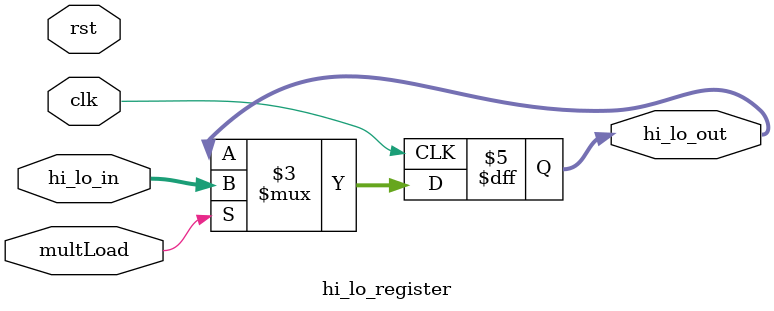
<source format=v>

module hi_lo_register(clk, rst, multLoad, hi_lo_in, 
						hi_lo_out);
	input wire clk, rst;
	input wire multLoad;
	input wire[31:0] hi_lo_in;
	output reg[31:0] hi_lo_out;

	always @(posedge clk) begin
		if (multLoad)
			hi_lo_out = hi_lo_in;
	end

endmodule // hi_lo_register
</source>
